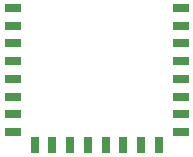
<source format=gbp>
G04 #@! TF.GenerationSoftware,KiCad,Pcbnew,8.0.7*
G04 #@! TF.CreationDate,2024-12-11T19:40:25+05:30*
G04 #@! TF.ProjectId,SNSRTG401V30,534e5352-5447-4343-9031-5633302e6b69,3.0*
G04 #@! TF.SameCoordinates,Original*
G04 #@! TF.FileFunction,Paste,Bot*
G04 #@! TF.FilePolarity,Positive*
%FSLAX46Y46*%
G04 Gerber Fmt 4.6, Leading zero omitted, Abs format (unit mm)*
G04 Created by KiCad (PCBNEW 8.0.7) date 2024-12-11 19:40:25*
%MOMM*%
%LPD*%
G01*
G04 APERTURE LIST*
%ADD10R,1.400000X0.800000*%
%ADD11R,0.800000X1.400000*%
G04 APERTURE END LIST*
D10*
X113441000Y-26838000D03*
X113441000Y-28338000D03*
X113441000Y-29838000D03*
X113441000Y-31338000D03*
X113441000Y-32838000D03*
X113441000Y-34338000D03*
X113441000Y-35838000D03*
X113441000Y-37338000D03*
D11*
X111591000Y-38438000D03*
X110091000Y-38438000D03*
X108591000Y-38438000D03*
X107091000Y-38438000D03*
X105591000Y-38438000D03*
X104091000Y-38438000D03*
X102591000Y-38438000D03*
X101091000Y-38438000D03*
D10*
X99241000Y-37338000D03*
X99241000Y-35838000D03*
X99241000Y-34338000D03*
X99241000Y-32838000D03*
X99241000Y-31338000D03*
X99241000Y-29838000D03*
X99241000Y-28338000D03*
X99241000Y-26838000D03*
M02*

</source>
